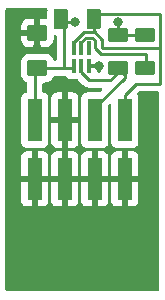
<source format=gtl>
G04 #@! TF.GenerationSoftware,KiCad,Pcbnew,(6.0.1)*
G04 #@! TF.CreationDate,2022-01-18T01:04:23-05:00*
G04 #@! TF.ProjectId,SensorStick-TSL2572,53656e73-6f72-4537-9469-636b2d54534c,rev?*
G04 #@! TF.SameCoordinates,Original*
G04 #@! TF.FileFunction,Copper,L1,Top*
G04 #@! TF.FilePolarity,Positive*
%FSLAX46Y46*%
G04 Gerber Fmt 4.6, Leading zero omitted, Abs format (unit mm)*
G04 Created by KiCad (PCBNEW (6.0.1)) date 2022-01-18 01:04:23*
%MOMM*%
%LPD*%
G01*
G04 APERTURE LIST*
G04 Aperture macros list*
%AMRoundRect*
0 Rectangle with rounded corners*
0 $1 Rounding radius*
0 $2 $3 $4 $5 $6 $7 $8 $9 X,Y pos of 4 corners*
0 Add a 4 corners polygon primitive as box body*
4,1,4,$2,$3,$4,$5,$6,$7,$8,$9,$2,$3,0*
0 Add four circle primitives for the rounded corners*
1,1,$1+$1,$2,$3*
1,1,$1+$1,$4,$5*
1,1,$1+$1,$6,$7*
1,1,$1+$1,$8,$9*
0 Add four rect primitives between the rounded corners*
20,1,$1+$1,$2,$3,$4,$5,0*
20,1,$1+$1,$4,$5,$6,$7,0*
20,1,$1+$1,$6,$7,$8,$9,0*
20,1,$1+$1,$8,$9,$2,$3,0*%
G04 Aperture macros list end*
G04 #@! TA.AperFunction,SMDPad,CuDef*
%ADD10R,1.270000X3.680000*%
G04 #@! TD*
G04 #@! TA.AperFunction,SMDPad,CuDef*
%ADD11RoundRect,0.087500X0.087500X-0.512500X0.087500X0.512500X-0.087500X0.512500X-0.087500X-0.512500X0*%
G04 #@! TD*
G04 #@! TA.AperFunction,SMDPad,CuDef*
%ADD12R,0.350000X1.200000*%
G04 #@! TD*
G04 #@! TA.AperFunction,SMDPad,CuDef*
%ADD13RoundRect,0.250000X-0.625000X0.375000X-0.625000X-0.375000X0.625000X-0.375000X0.625000X0.375000X0*%
G04 #@! TD*
G04 #@! TA.AperFunction,SMDPad,CuDef*
%ADD14RoundRect,0.250000X0.625000X-0.462500X0.625000X0.462500X-0.625000X0.462500X-0.625000X-0.462500X0*%
G04 #@! TD*
G04 #@! TA.AperFunction,SMDPad,CuDef*
%ADD15RoundRect,0.250000X-0.375000X-0.625000X0.375000X-0.625000X0.375000X0.625000X-0.375000X0.625000X0*%
G04 #@! TD*
G04 #@! TA.AperFunction,ViaPad*
%ADD16C,0.800000*%
G04 #@! TD*
G04 #@! TA.AperFunction,Conductor*
%ADD17C,0.250000*%
G04 #@! TD*
G04 APERTURE END LIST*
D10*
X141620000Y-72000000D03*
X141620000Y-76950000D03*
X139080000Y-72000000D03*
X139080000Y-76950000D03*
X136540000Y-72000000D03*
X136540000Y-76950000D03*
X134000000Y-72000000D03*
X134000000Y-76950000D03*
D11*
X137287500Y-65925000D03*
X137937500Y-65925000D03*
X138587500Y-65925000D03*
X138587500Y-67425000D03*
X137937500Y-67425000D03*
D12*
X137287500Y-67425000D03*
D13*
X141000000Y-64800000D03*
X141000000Y-67600000D03*
X143300000Y-64800000D03*
X143300000Y-67600000D03*
D14*
X134200000Y-67587500D03*
X134200000Y-64612500D03*
D15*
X136200000Y-63400000D03*
X139000000Y-63400000D03*
D16*
X140300000Y-74500000D03*
X137800000Y-74500000D03*
X135300000Y-74400000D03*
X132400000Y-63200000D03*
X132200000Y-66100000D03*
X132200000Y-69200000D03*
X143600000Y-78900000D03*
X143700000Y-77200000D03*
X143700000Y-75500000D03*
X143600000Y-74000000D03*
X143700000Y-72400000D03*
X143600000Y-70500000D03*
X136300000Y-69000000D03*
X134200000Y-63000000D03*
X132400000Y-64600000D03*
X137400000Y-63700000D03*
X141000000Y-63724500D03*
X134200000Y-65900000D03*
X139400000Y-67400000D03*
X137000000Y-85000000D03*
X134000000Y-85000000D03*
X137000000Y-83000000D03*
X137000000Y-81000000D03*
X134000000Y-81000000D03*
X140000000Y-81000000D03*
X143000000Y-83000000D03*
X140000000Y-85000000D03*
X143000000Y-81000000D03*
X140000000Y-83000000D03*
X134000000Y-83000000D03*
X143000000Y-85000000D03*
D17*
X142600000Y-68900000D02*
X144600000Y-68900000D01*
X144600000Y-68900000D02*
X144600000Y-68480000D01*
X141620000Y-69880000D02*
X142600000Y-68900000D01*
X141620000Y-72000000D02*
X141620000Y-69880000D01*
X136200000Y-63400000D02*
X136487500Y-63687500D01*
X136487500Y-67587500D02*
X137125000Y-67587500D01*
X134200000Y-67587500D02*
X136487500Y-67587500D01*
X136487500Y-63687500D02*
X136487500Y-67587500D01*
X137125000Y-67587500D02*
X137287500Y-67425000D01*
X137400000Y-63700000D02*
X136500000Y-63700000D01*
X136500000Y-63700000D02*
X136200000Y-63400000D01*
X141000000Y-64800000D02*
X141000000Y-63724500D01*
X139000000Y-64500000D02*
X139050960Y-64550960D01*
X139000000Y-63400000D02*
X139000000Y-64500000D01*
X138128856Y-64550960D02*
X137287500Y-65392316D01*
X137287500Y-65392316D02*
X137287500Y-65925000D01*
X139700000Y-65200000D02*
X139050960Y-64550960D01*
X139700000Y-65900000D02*
X139700000Y-65200000D01*
X144500000Y-65900000D02*
X139700000Y-65900000D01*
X144600000Y-65800000D02*
X144500000Y-65900000D01*
X139050960Y-64550960D02*
X138128856Y-64550960D01*
X137937500Y-65392316D02*
X137937500Y-65925000D01*
X138329336Y-65000480D02*
X137937500Y-65392316D01*
X138845664Y-65000480D02*
X138329336Y-65000480D01*
X143400000Y-66400000D02*
X139564283Y-66400000D01*
X139087020Y-65241836D02*
X138845664Y-65000480D01*
X143400000Y-67500000D02*
X143400000Y-66400000D01*
X139564283Y-66400000D02*
X139087020Y-65922737D01*
X139087020Y-65922737D02*
X139087020Y-65241836D01*
X143300000Y-67600000D02*
X143400000Y-67500000D01*
X134200000Y-64612500D02*
X134200000Y-65900000D01*
X138612500Y-67400000D02*
X138587500Y-67425000D01*
X139400000Y-67400000D02*
X138612500Y-67400000D01*
X140400000Y-68600000D02*
X141000000Y-68000000D01*
X138579816Y-68600000D02*
X140400000Y-68600000D01*
X141000000Y-68000000D02*
X141000000Y-67600000D01*
X137937500Y-67957684D02*
X138579816Y-68600000D01*
X137937500Y-67425000D02*
X137937500Y-67957684D01*
X134500000Y-64912500D02*
X134200000Y-64612500D01*
X135800000Y-63000000D02*
X136200000Y-63400000D01*
X136200000Y-63400000D02*
X136200000Y-63600000D01*
X143300000Y-64800000D02*
X141000000Y-64800000D01*
X134000000Y-72000000D02*
X134000000Y-67987500D01*
X134000000Y-67987500D02*
X134400000Y-67587500D01*
X141000000Y-64800000D02*
X140400000Y-64800000D01*
X136200000Y-63400000D02*
X136300000Y-63400000D01*
X141600000Y-71980000D02*
X141620000Y-72000000D01*
X139100000Y-63800000D02*
X139200000Y-63800000D01*
X144600000Y-68600000D02*
X144600000Y-68800000D01*
X144600000Y-63000000D02*
X144600000Y-64200000D01*
X144600000Y-65800000D02*
X144600000Y-66300000D01*
X144600000Y-66300000D02*
X144600000Y-68600000D01*
X141600000Y-72020000D02*
X141620000Y-72000000D01*
X140200000Y-63000000D02*
X139400000Y-63000000D01*
X140200000Y-63000000D02*
X144600000Y-63000000D01*
X144600000Y-64200000D02*
X144600000Y-65800000D01*
X139400000Y-63000000D02*
X139000000Y-63400000D01*
X140000000Y-63000000D02*
X140200000Y-63000000D01*
X141600000Y-68400000D02*
X141600000Y-68200000D01*
X139080000Y-70920000D02*
X141600000Y-68400000D01*
X139080000Y-70720000D02*
X139080000Y-72000000D01*
X139080000Y-72000000D02*
X139080000Y-71020000D01*
X141600000Y-68200000D02*
X141000000Y-67600000D01*
G04 #@! TA.AperFunction,Conductor*
G36*
X135017244Y-62528002D02*
G01*
X135063737Y-62581658D01*
X135074467Y-62646843D01*
X135066500Y-62724600D01*
X135066500Y-63272014D01*
X135046498Y-63340135D01*
X134992842Y-63386628D01*
X134927658Y-63397358D01*
X134878562Y-63392328D01*
X134872145Y-63392000D01*
X134472115Y-63392000D01*
X134456876Y-63396475D01*
X134455671Y-63397865D01*
X134454000Y-63405548D01*
X134454000Y-65814884D01*
X134458475Y-65830123D01*
X134459865Y-65831328D01*
X134467548Y-65832999D01*
X134872095Y-65832999D01*
X134878614Y-65832662D01*
X134974206Y-65822743D01*
X134987600Y-65819851D01*
X135141784Y-65768412D01*
X135154962Y-65762239D01*
X135292807Y-65676937D01*
X135304208Y-65667901D01*
X135418739Y-65553171D01*
X135427751Y-65541760D01*
X135512816Y-65403757D01*
X135518963Y-65390576D01*
X135570138Y-65236290D01*
X135573005Y-65222914D01*
X135582672Y-65128562D01*
X135583000Y-65122146D01*
X135583000Y-64903439D01*
X135603002Y-64835318D01*
X135656658Y-64788825D01*
X135721838Y-64778095D01*
X135740838Y-64780041D01*
X135806566Y-64806879D01*
X135847350Y-64864993D01*
X135854000Y-64905385D01*
X135854000Y-66828000D01*
X135833998Y-66896121D01*
X135780342Y-66942614D01*
X135728000Y-66954000D01*
X135658368Y-66954000D01*
X135590247Y-66933998D01*
X135543754Y-66880342D01*
X135538845Y-66867877D01*
X135518870Y-66808007D01*
X135518869Y-66808005D01*
X135516550Y-66801054D01*
X135423478Y-66650652D01*
X135298303Y-66525695D01*
X135292072Y-66521854D01*
X135153968Y-66436725D01*
X135153966Y-66436724D01*
X135147738Y-66432885D01*
X134987254Y-66379655D01*
X134986389Y-66379368D01*
X134986387Y-66379368D01*
X134979861Y-66377203D01*
X134973025Y-66376503D01*
X134973022Y-66376502D01*
X134929969Y-66372091D01*
X134875400Y-66366500D01*
X133524600Y-66366500D01*
X133521354Y-66366837D01*
X133521350Y-66366837D01*
X133425692Y-66376762D01*
X133425688Y-66376763D01*
X133418834Y-66377474D01*
X133412298Y-66379655D01*
X133412296Y-66379655D01*
X133280194Y-66423728D01*
X133251054Y-66433450D01*
X133100652Y-66526522D01*
X132975695Y-66651697D01*
X132882885Y-66802262D01*
X132880581Y-66809209D01*
X132836333Y-66942614D01*
X132827203Y-66970139D01*
X132826503Y-66976975D01*
X132826502Y-66976978D01*
X132822793Y-67013181D01*
X132816500Y-67074600D01*
X132816500Y-68100400D01*
X132827474Y-68206166D01*
X132829655Y-68212702D01*
X132829655Y-68212704D01*
X132849961Y-68273567D01*
X132883450Y-68373946D01*
X132976522Y-68524348D01*
X133101697Y-68649305D01*
X133107927Y-68653145D01*
X133107928Y-68653146D01*
X133245090Y-68737694D01*
X133252262Y-68742115D01*
X133280170Y-68751372D01*
X133338528Y-68791803D01*
X133365764Y-68857367D01*
X133366500Y-68870964D01*
X133366500Y-69533129D01*
X133346498Y-69601250D01*
X133292842Y-69647743D01*
X133269646Y-69655712D01*
X133262541Y-69657402D01*
X133254684Y-69658255D01*
X133118295Y-69709385D01*
X133001739Y-69796739D01*
X132914385Y-69913295D01*
X132863255Y-70049684D01*
X132856500Y-70111866D01*
X132856500Y-73888134D01*
X132863255Y-73950316D01*
X132914385Y-74086705D01*
X133001739Y-74203261D01*
X133118295Y-74290615D01*
X133254684Y-74341745D01*
X133316866Y-74348500D01*
X134683134Y-74348500D01*
X134745316Y-74341745D01*
X134881705Y-74290615D01*
X134998261Y-74203261D01*
X135085615Y-74086705D01*
X135136745Y-73950316D01*
X135143500Y-73888134D01*
X135143500Y-73884669D01*
X135397001Y-73884669D01*
X135397371Y-73891490D01*
X135402895Y-73942352D01*
X135406521Y-73957604D01*
X135451676Y-74078054D01*
X135460214Y-74093649D01*
X135536715Y-74195724D01*
X135549276Y-74208285D01*
X135651351Y-74284786D01*
X135666946Y-74293324D01*
X135787394Y-74338478D01*
X135802649Y-74342105D01*
X135853514Y-74347631D01*
X135860328Y-74348000D01*
X136267885Y-74348000D01*
X136283124Y-74343525D01*
X136284329Y-74342135D01*
X136286000Y-74334452D01*
X136286000Y-74329884D01*
X136794000Y-74329884D01*
X136798475Y-74345123D01*
X136799865Y-74346328D01*
X136807548Y-74347999D01*
X137219669Y-74347999D01*
X137226490Y-74347629D01*
X137277352Y-74342105D01*
X137292604Y-74338479D01*
X137413054Y-74293324D01*
X137428649Y-74284786D01*
X137530724Y-74208285D01*
X137543285Y-74195724D01*
X137619786Y-74093649D01*
X137628324Y-74078054D01*
X137673478Y-73957606D01*
X137677105Y-73942351D01*
X137682631Y-73891486D01*
X137683000Y-73884672D01*
X137683000Y-72272115D01*
X137678525Y-72256876D01*
X137677135Y-72255671D01*
X137669452Y-72254000D01*
X136812115Y-72254000D01*
X136796876Y-72258475D01*
X136795671Y-72259865D01*
X136794000Y-72267548D01*
X136794000Y-74329884D01*
X136286000Y-74329884D01*
X136286000Y-72272115D01*
X136281525Y-72256876D01*
X136280135Y-72255671D01*
X136272452Y-72254000D01*
X135415116Y-72254000D01*
X135399877Y-72258475D01*
X135398672Y-72259865D01*
X135397001Y-72267548D01*
X135397001Y-73884669D01*
X135143500Y-73884669D01*
X135143500Y-71727885D01*
X135397000Y-71727885D01*
X135401475Y-71743124D01*
X135402865Y-71744329D01*
X135410548Y-71746000D01*
X136267885Y-71746000D01*
X136283124Y-71741525D01*
X136284329Y-71740135D01*
X136286000Y-71732452D01*
X136286000Y-71727885D01*
X136794000Y-71727885D01*
X136798475Y-71743124D01*
X136799865Y-71744329D01*
X136807548Y-71746000D01*
X137664884Y-71746000D01*
X137680123Y-71741525D01*
X137681328Y-71740135D01*
X137682999Y-71732452D01*
X137682999Y-70115331D01*
X137682629Y-70108510D01*
X137677105Y-70057648D01*
X137673479Y-70042396D01*
X137628324Y-69921946D01*
X137619786Y-69906351D01*
X137543285Y-69804276D01*
X137530724Y-69791715D01*
X137428649Y-69715214D01*
X137413054Y-69706676D01*
X137292606Y-69661522D01*
X137277351Y-69657895D01*
X137226486Y-69652369D01*
X137219672Y-69652000D01*
X136812115Y-69652000D01*
X136796876Y-69656475D01*
X136795671Y-69657865D01*
X136794000Y-69665548D01*
X136794000Y-71727885D01*
X136286000Y-71727885D01*
X136286000Y-69670116D01*
X136281525Y-69654877D01*
X136280135Y-69653672D01*
X136272452Y-69652001D01*
X135860331Y-69652001D01*
X135853510Y-69652371D01*
X135802648Y-69657895D01*
X135787396Y-69661521D01*
X135666946Y-69706676D01*
X135651351Y-69715214D01*
X135549276Y-69791715D01*
X135536715Y-69804276D01*
X135460214Y-69906351D01*
X135451676Y-69921946D01*
X135406522Y-70042394D01*
X135402895Y-70057649D01*
X135397369Y-70108514D01*
X135397000Y-70115328D01*
X135397000Y-71727885D01*
X135143500Y-71727885D01*
X135143500Y-70111866D01*
X135136745Y-70049684D01*
X135085615Y-69913295D01*
X134998261Y-69796739D01*
X134881705Y-69709385D01*
X134745316Y-69658255D01*
X134737459Y-69657402D01*
X134730354Y-69655712D01*
X134668707Y-69620494D01*
X134635887Y-69557539D01*
X134633500Y-69533129D01*
X134633500Y-68934500D01*
X134653502Y-68866379D01*
X134707158Y-68819886D01*
X134759500Y-68808500D01*
X134875400Y-68808500D01*
X134878646Y-68808163D01*
X134878650Y-68808163D01*
X134974308Y-68798238D01*
X134974312Y-68798237D01*
X134981166Y-68797526D01*
X134987702Y-68795345D01*
X134987704Y-68795345D01*
X135119806Y-68751272D01*
X135148946Y-68741550D01*
X135299348Y-68648478D01*
X135424305Y-68523303D01*
X135428146Y-68517072D01*
X135513275Y-68378968D01*
X135513276Y-68378966D01*
X135517115Y-68372738D01*
X135538809Y-68307333D01*
X135579240Y-68248973D01*
X135644804Y-68221736D01*
X135658402Y-68221000D01*
X136415707Y-68221000D01*
X136439316Y-68223232D01*
X136439619Y-68223290D01*
X136439623Y-68223290D01*
X136447406Y-68224775D01*
X136503451Y-68221249D01*
X136511362Y-68221000D01*
X136560911Y-68221000D01*
X136629032Y-68241002D01*
X136659400Y-68273567D01*
X136661885Y-68271705D01*
X136749239Y-68388261D01*
X136865795Y-68475615D01*
X137002184Y-68526745D01*
X137064366Y-68533500D01*
X137510634Y-68533500D01*
X137514029Y-68533131D01*
X137514033Y-68533131D01*
X137546934Y-68529557D01*
X137616817Y-68542086D01*
X137649637Y-68565725D01*
X138076169Y-68992258D01*
X138083703Y-69000537D01*
X138087816Y-69007018D01*
X138137467Y-69053643D01*
X138140309Y-69056398D01*
X138160046Y-69076135D01*
X138163243Y-69078615D01*
X138172263Y-69086318D01*
X138204495Y-69116586D01*
X138211441Y-69120405D01*
X138211444Y-69120407D01*
X138222250Y-69126348D01*
X138238769Y-69137199D01*
X138254775Y-69149614D01*
X138262044Y-69152759D01*
X138262048Y-69152762D01*
X138295353Y-69167174D01*
X138306003Y-69172391D01*
X138344756Y-69193695D01*
X138352431Y-69195666D01*
X138352432Y-69195666D01*
X138364378Y-69198733D01*
X138383083Y-69205137D01*
X138401671Y-69213181D01*
X138409494Y-69214420D01*
X138409504Y-69214423D01*
X138445340Y-69220099D01*
X138456960Y-69222505D01*
X138492105Y-69231528D01*
X138499786Y-69233500D01*
X138520040Y-69233500D01*
X138539750Y-69235051D01*
X138559759Y-69238220D01*
X138567651Y-69237474D01*
X138603777Y-69234059D01*
X138615635Y-69233500D01*
X139566405Y-69233500D01*
X139634526Y-69253502D01*
X139681019Y-69307158D01*
X139691123Y-69377432D01*
X139661629Y-69442012D01*
X139655500Y-69448595D01*
X139489500Y-69614595D01*
X139427188Y-69648621D01*
X139400405Y-69651500D01*
X138396866Y-69651500D01*
X138334684Y-69658255D01*
X138198295Y-69709385D01*
X138081739Y-69796739D01*
X137994385Y-69913295D01*
X137943255Y-70049684D01*
X137936500Y-70111866D01*
X137936500Y-73888134D01*
X137943255Y-73950316D01*
X137994385Y-74086705D01*
X138081739Y-74203261D01*
X138198295Y-74290615D01*
X138334684Y-74341745D01*
X138396866Y-74348500D01*
X139763134Y-74348500D01*
X139825316Y-74341745D01*
X139961705Y-74290615D01*
X140078261Y-74203261D01*
X140165615Y-74086705D01*
X140216745Y-73950316D01*
X140223500Y-73888134D01*
X140223500Y-70724594D01*
X140243502Y-70656473D01*
X140260405Y-70635499D01*
X140261405Y-70634499D01*
X140323717Y-70600473D01*
X140394532Y-70605538D01*
X140451368Y-70648085D01*
X140476179Y-70714605D01*
X140476500Y-70723594D01*
X140476500Y-73888134D01*
X140483255Y-73950316D01*
X140534385Y-74086705D01*
X140621739Y-74203261D01*
X140738295Y-74290615D01*
X140874684Y-74341745D01*
X140936866Y-74348500D01*
X142303134Y-74348500D01*
X142365316Y-74341745D01*
X142501705Y-74290615D01*
X142618261Y-74203261D01*
X142705615Y-74086705D01*
X142756745Y-73950316D01*
X142763500Y-73888134D01*
X142763500Y-70111866D01*
X142756745Y-70049684D01*
X142705615Y-69913295D01*
X142700230Y-69906110D01*
X142700229Y-69906108D01*
X142675595Y-69873240D01*
X142650746Y-69806734D01*
X142665798Y-69737351D01*
X142687325Y-69708579D01*
X142825499Y-69570405D01*
X142887811Y-69536379D01*
X142914594Y-69533500D01*
X144366000Y-69533500D01*
X144434121Y-69553502D01*
X144480614Y-69607158D01*
X144492000Y-69659500D01*
X144492000Y-86366000D01*
X144471998Y-86434121D01*
X144418342Y-86480614D01*
X144366000Y-86492000D01*
X131634000Y-86492000D01*
X131565879Y-86471998D01*
X131519386Y-86418342D01*
X131508000Y-86366000D01*
X131508000Y-78834669D01*
X132857001Y-78834669D01*
X132857371Y-78841490D01*
X132862895Y-78892352D01*
X132866521Y-78907604D01*
X132911676Y-79028054D01*
X132920214Y-79043649D01*
X132996715Y-79145724D01*
X133009276Y-79158285D01*
X133111351Y-79234786D01*
X133126946Y-79243324D01*
X133247394Y-79288478D01*
X133262649Y-79292105D01*
X133313514Y-79297631D01*
X133320328Y-79298000D01*
X133727885Y-79298000D01*
X133743124Y-79293525D01*
X133744329Y-79292135D01*
X133746000Y-79284452D01*
X133746000Y-79279884D01*
X134254000Y-79279884D01*
X134258475Y-79295123D01*
X134259865Y-79296328D01*
X134267548Y-79297999D01*
X134679669Y-79297999D01*
X134686490Y-79297629D01*
X134737352Y-79292105D01*
X134752604Y-79288479D01*
X134873054Y-79243324D01*
X134888649Y-79234786D01*
X134990724Y-79158285D01*
X135003285Y-79145724D01*
X135079786Y-79043649D01*
X135088324Y-79028054D01*
X135133478Y-78907606D01*
X135137105Y-78892351D01*
X135142631Y-78841486D01*
X135143000Y-78834672D01*
X135143000Y-78834669D01*
X135397001Y-78834669D01*
X135397371Y-78841490D01*
X135402895Y-78892352D01*
X135406521Y-78907604D01*
X135451676Y-79028054D01*
X135460214Y-79043649D01*
X135536715Y-79145724D01*
X135549276Y-79158285D01*
X135651351Y-79234786D01*
X135666946Y-79243324D01*
X135787394Y-79288478D01*
X135802649Y-79292105D01*
X135853514Y-79297631D01*
X135860328Y-79298000D01*
X136267885Y-79298000D01*
X136283124Y-79293525D01*
X136284329Y-79292135D01*
X136286000Y-79284452D01*
X136286000Y-79279884D01*
X136794000Y-79279884D01*
X136798475Y-79295123D01*
X136799865Y-79296328D01*
X136807548Y-79297999D01*
X137219669Y-79297999D01*
X137226490Y-79297629D01*
X137277352Y-79292105D01*
X137292604Y-79288479D01*
X137413054Y-79243324D01*
X137428649Y-79234786D01*
X137530724Y-79158285D01*
X137543285Y-79145724D01*
X137619786Y-79043649D01*
X137628324Y-79028054D01*
X137673478Y-78907606D01*
X137677105Y-78892351D01*
X137682631Y-78841486D01*
X137683000Y-78834672D01*
X137683000Y-78834669D01*
X137937001Y-78834669D01*
X137937371Y-78841490D01*
X137942895Y-78892352D01*
X137946521Y-78907604D01*
X137991676Y-79028054D01*
X138000214Y-79043649D01*
X138076715Y-79145724D01*
X138089276Y-79158285D01*
X138191351Y-79234786D01*
X138206946Y-79243324D01*
X138327394Y-79288478D01*
X138342649Y-79292105D01*
X138393514Y-79297631D01*
X138400328Y-79298000D01*
X138807885Y-79298000D01*
X138823124Y-79293525D01*
X138824329Y-79292135D01*
X138826000Y-79284452D01*
X138826000Y-79279884D01*
X139334000Y-79279884D01*
X139338475Y-79295123D01*
X139339865Y-79296328D01*
X139347548Y-79297999D01*
X139759669Y-79297999D01*
X139766490Y-79297629D01*
X139817352Y-79292105D01*
X139832604Y-79288479D01*
X139953054Y-79243324D01*
X139968649Y-79234786D01*
X140070724Y-79158285D01*
X140083285Y-79145724D01*
X140159786Y-79043649D01*
X140168324Y-79028054D01*
X140213478Y-78907606D01*
X140217105Y-78892351D01*
X140222631Y-78841486D01*
X140223000Y-78834672D01*
X140223000Y-78834669D01*
X140477001Y-78834669D01*
X140477371Y-78841490D01*
X140482895Y-78892352D01*
X140486521Y-78907604D01*
X140531676Y-79028054D01*
X140540214Y-79043649D01*
X140616715Y-79145724D01*
X140629276Y-79158285D01*
X140731351Y-79234786D01*
X140746946Y-79243324D01*
X140867394Y-79288478D01*
X140882649Y-79292105D01*
X140933514Y-79297631D01*
X140940328Y-79298000D01*
X141347885Y-79298000D01*
X141363124Y-79293525D01*
X141364329Y-79292135D01*
X141366000Y-79284452D01*
X141366000Y-79279884D01*
X141874000Y-79279884D01*
X141878475Y-79295123D01*
X141879865Y-79296328D01*
X141887548Y-79297999D01*
X142299669Y-79297999D01*
X142306490Y-79297629D01*
X142357352Y-79292105D01*
X142372604Y-79288479D01*
X142493054Y-79243324D01*
X142508649Y-79234786D01*
X142610724Y-79158285D01*
X142623285Y-79145724D01*
X142699786Y-79043649D01*
X142708324Y-79028054D01*
X142753478Y-78907606D01*
X142757105Y-78892351D01*
X142762631Y-78841486D01*
X142763000Y-78834672D01*
X142763000Y-77222115D01*
X142758525Y-77206876D01*
X142757135Y-77205671D01*
X142749452Y-77204000D01*
X141892115Y-77204000D01*
X141876876Y-77208475D01*
X141875671Y-77209865D01*
X141874000Y-77217548D01*
X141874000Y-79279884D01*
X141366000Y-79279884D01*
X141366000Y-77222115D01*
X141361525Y-77206876D01*
X141360135Y-77205671D01*
X141352452Y-77204000D01*
X140495116Y-77204000D01*
X140479877Y-77208475D01*
X140478672Y-77209865D01*
X140477001Y-77217548D01*
X140477001Y-78834669D01*
X140223000Y-78834669D01*
X140223000Y-77222115D01*
X140218525Y-77206876D01*
X140217135Y-77205671D01*
X140209452Y-77204000D01*
X139352115Y-77204000D01*
X139336876Y-77208475D01*
X139335671Y-77209865D01*
X139334000Y-77217548D01*
X139334000Y-79279884D01*
X138826000Y-79279884D01*
X138826000Y-77222115D01*
X138821525Y-77206876D01*
X138820135Y-77205671D01*
X138812452Y-77204000D01*
X137955116Y-77204000D01*
X137939877Y-77208475D01*
X137938672Y-77209865D01*
X137937001Y-77217548D01*
X137937001Y-78834669D01*
X137683000Y-78834669D01*
X137683000Y-77222115D01*
X137678525Y-77206876D01*
X137677135Y-77205671D01*
X137669452Y-77204000D01*
X136812115Y-77204000D01*
X136796876Y-77208475D01*
X136795671Y-77209865D01*
X136794000Y-77217548D01*
X136794000Y-79279884D01*
X136286000Y-79279884D01*
X136286000Y-77222115D01*
X136281525Y-77206876D01*
X136280135Y-77205671D01*
X136272452Y-77204000D01*
X135415116Y-77204000D01*
X135399877Y-77208475D01*
X135398672Y-77209865D01*
X135397001Y-77217548D01*
X135397001Y-78834669D01*
X135143000Y-78834669D01*
X135143000Y-77222115D01*
X135138525Y-77206876D01*
X135137135Y-77205671D01*
X135129452Y-77204000D01*
X134272115Y-77204000D01*
X134256876Y-77208475D01*
X134255671Y-77209865D01*
X134254000Y-77217548D01*
X134254000Y-79279884D01*
X133746000Y-79279884D01*
X133746000Y-77222115D01*
X133741525Y-77206876D01*
X133740135Y-77205671D01*
X133732452Y-77204000D01*
X132875116Y-77204000D01*
X132859877Y-77208475D01*
X132858672Y-77209865D01*
X132857001Y-77217548D01*
X132857001Y-78834669D01*
X131508000Y-78834669D01*
X131508000Y-76677885D01*
X132857000Y-76677885D01*
X132861475Y-76693124D01*
X132862865Y-76694329D01*
X132870548Y-76696000D01*
X133727885Y-76696000D01*
X133743124Y-76691525D01*
X133744329Y-76690135D01*
X133746000Y-76682452D01*
X133746000Y-76677885D01*
X134254000Y-76677885D01*
X134258475Y-76693124D01*
X134259865Y-76694329D01*
X134267548Y-76696000D01*
X135124884Y-76696000D01*
X135140123Y-76691525D01*
X135141328Y-76690135D01*
X135142999Y-76682452D01*
X135142999Y-76677885D01*
X135397000Y-76677885D01*
X135401475Y-76693124D01*
X135402865Y-76694329D01*
X135410548Y-76696000D01*
X136267885Y-76696000D01*
X136283124Y-76691525D01*
X136284329Y-76690135D01*
X136286000Y-76682452D01*
X136286000Y-76677885D01*
X136794000Y-76677885D01*
X136798475Y-76693124D01*
X136799865Y-76694329D01*
X136807548Y-76696000D01*
X137664884Y-76696000D01*
X137680123Y-76691525D01*
X137681328Y-76690135D01*
X137682999Y-76682452D01*
X137682999Y-76677885D01*
X137937000Y-76677885D01*
X137941475Y-76693124D01*
X137942865Y-76694329D01*
X137950548Y-76696000D01*
X138807885Y-76696000D01*
X138823124Y-76691525D01*
X138824329Y-76690135D01*
X138826000Y-76682452D01*
X138826000Y-76677885D01*
X139334000Y-76677885D01*
X139338475Y-76693124D01*
X139339865Y-76694329D01*
X139347548Y-76696000D01*
X140204884Y-76696000D01*
X140220123Y-76691525D01*
X140221328Y-76690135D01*
X140222999Y-76682452D01*
X140222999Y-76677885D01*
X140477000Y-76677885D01*
X140481475Y-76693124D01*
X140482865Y-76694329D01*
X140490548Y-76696000D01*
X141347885Y-76696000D01*
X141363124Y-76691525D01*
X141364329Y-76690135D01*
X141366000Y-76682452D01*
X141366000Y-76677885D01*
X141874000Y-76677885D01*
X141878475Y-76693124D01*
X141879865Y-76694329D01*
X141887548Y-76696000D01*
X142744884Y-76696000D01*
X142760123Y-76691525D01*
X142761328Y-76690135D01*
X142762999Y-76682452D01*
X142762999Y-75065331D01*
X142762629Y-75058510D01*
X142757105Y-75007648D01*
X142753479Y-74992396D01*
X142708324Y-74871946D01*
X142699786Y-74856351D01*
X142623285Y-74754276D01*
X142610724Y-74741715D01*
X142508649Y-74665214D01*
X142493054Y-74656676D01*
X142372606Y-74611522D01*
X142357351Y-74607895D01*
X142306486Y-74602369D01*
X142299672Y-74602000D01*
X141892115Y-74602000D01*
X141876876Y-74606475D01*
X141875671Y-74607865D01*
X141874000Y-74615548D01*
X141874000Y-76677885D01*
X141366000Y-76677885D01*
X141366000Y-74620116D01*
X141361525Y-74604877D01*
X141360135Y-74603672D01*
X141352452Y-74602001D01*
X140940331Y-74602001D01*
X140933510Y-74602371D01*
X140882648Y-74607895D01*
X140867396Y-74611521D01*
X140746946Y-74656676D01*
X140731351Y-74665214D01*
X140629276Y-74741715D01*
X140616715Y-74754276D01*
X140540214Y-74856351D01*
X140531676Y-74871946D01*
X140486522Y-74992394D01*
X140482895Y-75007649D01*
X140477369Y-75058514D01*
X140477000Y-75065328D01*
X140477000Y-76677885D01*
X140222999Y-76677885D01*
X140222999Y-75065331D01*
X140222629Y-75058510D01*
X140217105Y-75007648D01*
X140213479Y-74992396D01*
X140168324Y-74871946D01*
X140159786Y-74856351D01*
X140083285Y-74754276D01*
X140070724Y-74741715D01*
X139968649Y-74665214D01*
X139953054Y-74656676D01*
X139832606Y-74611522D01*
X139817351Y-74607895D01*
X139766486Y-74602369D01*
X139759672Y-74602000D01*
X139352115Y-74602000D01*
X139336876Y-74606475D01*
X139335671Y-74607865D01*
X139334000Y-74615548D01*
X139334000Y-76677885D01*
X138826000Y-76677885D01*
X138826000Y-74620116D01*
X138821525Y-74604877D01*
X138820135Y-74603672D01*
X138812452Y-74602001D01*
X138400331Y-74602001D01*
X138393510Y-74602371D01*
X138342648Y-74607895D01*
X138327396Y-74611521D01*
X138206946Y-74656676D01*
X138191351Y-74665214D01*
X138089276Y-74741715D01*
X138076715Y-74754276D01*
X138000214Y-74856351D01*
X137991676Y-74871946D01*
X137946522Y-74992394D01*
X137942895Y-75007649D01*
X137937369Y-75058514D01*
X137937000Y-75065328D01*
X137937000Y-76677885D01*
X137682999Y-76677885D01*
X137682999Y-75065331D01*
X137682629Y-75058510D01*
X137677105Y-75007648D01*
X137673479Y-74992396D01*
X137628324Y-74871946D01*
X137619786Y-74856351D01*
X137543285Y-74754276D01*
X137530724Y-74741715D01*
X137428649Y-74665214D01*
X137413054Y-74656676D01*
X137292606Y-74611522D01*
X137277351Y-74607895D01*
X137226486Y-74602369D01*
X137219672Y-74602000D01*
X136812115Y-74602000D01*
X136796876Y-74606475D01*
X136795671Y-74607865D01*
X136794000Y-74615548D01*
X136794000Y-76677885D01*
X136286000Y-76677885D01*
X136286000Y-74620116D01*
X136281525Y-74604877D01*
X136280135Y-74603672D01*
X136272452Y-74602001D01*
X135860331Y-74602001D01*
X135853510Y-74602371D01*
X135802648Y-74607895D01*
X135787396Y-74611521D01*
X135666946Y-74656676D01*
X135651351Y-74665214D01*
X135549276Y-74741715D01*
X135536715Y-74754276D01*
X135460214Y-74856351D01*
X135451676Y-74871946D01*
X135406522Y-74992394D01*
X135402895Y-75007649D01*
X135397369Y-75058514D01*
X135397000Y-75065328D01*
X135397000Y-76677885D01*
X135142999Y-76677885D01*
X135142999Y-75065331D01*
X135142629Y-75058510D01*
X135137105Y-75007648D01*
X135133479Y-74992396D01*
X135088324Y-74871946D01*
X135079786Y-74856351D01*
X135003285Y-74754276D01*
X134990724Y-74741715D01*
X134888649Y-74665214D01*
X134873054Y-74656676D01*
X134752606Y-74611522D01*
X134737351Y-74607895D01*
X134686486Y-74602369D01*
X134679672Y-74602000D01*
X134272115Y-74602000D01*
X134256876Y-74606475D01*
X134255671Y-74607865D01*
X134254000Y-74615548D01*
X134254000Y-76677885D01*
X133746000Y-76677885D01*
X133746000Y-74620116D01*
X133741525Y-74604877D01*
X133740135Y-74603672D01*
X133732452Y-74602001D01*
X133320331Y-74602001D01*
X133313510Y-74602371D01*
X133262648Y-74607895D01*
X133247396Y-74611521D01*
X133126946Y-74656676D01*
X133111351Y-74665214D01*
X133009276Y-74741715D01*
X132996715Y-74754276D01*
X132920214Y-74856351D01*
X132911676Y-74871946D01*
X132866522Y-74992394D01*
X132862895Y-75007649D01*
X132857369Y-75058514D01*
X132857000Y-75065328D01*
X132857000Y-76677885D01*
X131508000Y-76677885D01*
X131508000Y-65122095D01*
X132817001Y-65122095D01*
X132817338Y-65128614D01*
X132827257Y-65224206D01*
X132830149Y-65237600D01*
X132881588Y-65391784D01*
X132887761Y-65404962D01*
X132973063Y-65542807D01*
X132982099Y-65554208D01*
X133096829Y-65668739D01*
X133108240Y-65677751D01*
X133246243Y-65762816D01*
X133259424Y-65768963D01*
X133413710Y-65820138D01*
X133427086Y-65823005D01*
X133521438Y-65832672D01*
X133527854Y-65833000D01*
X133927885Y-65833000D01*
X133943124Y-65828525D01*
X133944329Y-65827135D01*
X133946000Y-65819452D01*
X133946000Y-64884615D01*
X133941525Y-64869376D01*
X133940135Y-64868171D01*
X133932452Y-64866500D01*
X132835116Y-64866500D01*
X132819877Y-64870975D01*
X132818672Y-64872365D01*
X132817001Y-64880048D01*
X132817001Y-65122095D01*
X131508000Y-65122095D01*
X131508000Y-64340385D01*
X132817000Y-64340385D01*
X132821475Y-64355624D01*
X132822865Y-64356829D01*
X132830548Y-64358500D01*
X133927885Y-64358500D01*
X133943124Y-64354025D01*
X133944329Y-64352635D01*
X133946000Y-64344952D01*
X133946000Y-63410116D01*
X133941525Y-63394877D01*
X133940135Y-63393672D01*
X133932452Y-63392001D01*
X133527905Y-63392001D01*
X133521386Y-63392338D01*
X133425794Y-63402257D01*
X133412400Y-63405149D01*
X133258216Y-63456588D01*
X133245038Y-63462761D01*
X133107193Y-63548063D01*
X133095792Y-63557099D01*
X132981261Y-63671829D01*
X132972249Y-63683240D01*
X132887184Y-63821243D01*
X132881037Y-63834424D01*
X132829862Y-63988710D01*
X132826995Y-64002086D01*
X132817328Y-64096438D01*
X132817000Y-64102855D01*
X132817000Y-64340385D01*
X131508000Y-64340385D01*
X131508000Y-62634000D01*
X131528002Y-62565879D01*
X131581658Y-62519386D01*
X131634000Y-62508000D01*
X134949123Y-62508000D01*
X135017244Y-62528002D01*
G37*
G04 #@! TD.AperFunction*
G04 #@! TA.AperFunction,Conductor*
G36*
X139425256Y-67019377D02*
G01*
X139429812Y-67020099D01*
X139441427Y-67022505D01*
X139476572Y-67031528D01*
X139484253Y-67033500D01*
X139492182Y-67033500D01*
X139500043Y-67034493D01*
X139499854Y-67035986D01*
X139559508Y-67053502D01*
X139606001Y-67107158D01*
X139616042Y-67168136D01*
X139616992Y-67168185D01*
X139616828Y-67171402D01*
X139616500Y-67174600D01*
X139616500Y-67840500D01*
X139596498Y-67908621D01*
X139542842Y-67955114D01*
X139490500Y-67966500D01*
X139396500Y-67966500D01*
X139328379Y-67946498D01*
X139281886Y-67892842D01*
X139270500Y-67840500D01*
X139270500Y-67618115D01*
X139266025Y-67602876D01*
X139264635Y-67601671D01*
X139256952Y-67600000D01*
X138747000Y-67600000D01*
X138678879Y-67579998D01*
X138632386Y-67526342D01*
X138621000Y-67474000D01*
X138621000Y-67376000D01*
X138641002Y-67307879D01*
X138694658Y-67261386D01*
X138747000Y-67250000D01*
X139252384Y-67250000D01*
X139267623Y-67245525D01*
X139268828Y-67244135D01*
X139270499Y-67236452D01*
X139270499Y-67142393D01*
X139290501Y-67074272D01*
X139344157Y-67027779D01*
X139416216Y-67017945D01*
X139425256Y-67019377D01*
G37*
G04 #@! TD.AperFunction*
M02*

</source>
